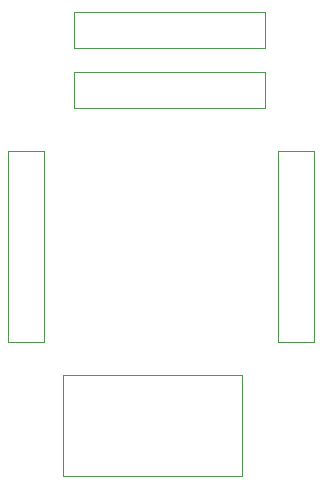
<source format=gbr>
%TF.GenerationSoftware,Altium Limited,Altium Designer,23.3.1 (30)*%
G04 Layer_Color=32768*
%FSLAX45Y45*%
%MOMM*%
%TF.SameCoordinates,796C1B80-4156-4CD7-A6E5-B9CE5994D65D*%
%TF.FilePolarity,Positive*%
%TF.FileFunction,Other,Mechanical_15*%
%TF.Part,Single*%
G01*
G75*
%TA.AperFunction,NonConductor*%
%ADD22C,0.10000*%
%ADD37C,0.05000*%
D22*
X8182798Y6382202D02*
X9698802D01*
X8182798D02*
Y7232198D01*
X9698802D01*
Y6382202D02*
Y7232198D01*
D37*
X7721001Y7516200D02*
X8026999D01*
Y9133698D01*
X7721001D02*
X8026999D01*
X7721001Y7516200D02*
Y9133698D01*
X10312999Y7516302D02*
Y9133799D01*
X10007001Y7516302D02*
X10312999D01*
X10007001D02*
Y9133799D01*
X10312999D01*
X8278302Y9499001D02*
X9895799D01*
X8278302D02*
Y9804999D01*
X9895799D01*
Y9499001D02*
Y9804999D01*
X8278200Y10312999D02*
X9895698D01*
Y10007001D02*
Y10312999D01*
X8278200Y10007001D02*
X9895698D01*
X8278200D02*
Y10312999D01*
%TF.MD5,05161a99c67a479da8decbddab33ea42*%
M02*

</source>
